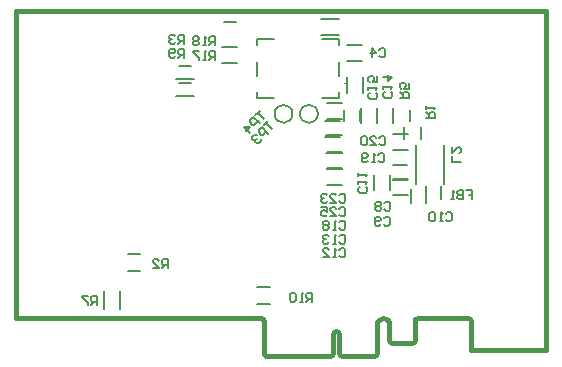
<source format=gbo>
G04*
G04 #@! TF.GenerationSoftware,Altium Limited,Altium Designer,21.6.4 (81)*
G04*
G04 Layer_Color=32896*
%FSLAX44Y44*%
%MOMM*%
G71*
G04*
G04 #@! TF.SameCoordinates,BBD99886-0AEC-46FA-8170-3E0A894F067B*
G04*
G04*
G04 #@! TF.FilePolarity,Positive*
G04*
G01*
G75*
%ADD10C,0.2000*%
%ADD12C,0.1524*%
%ADD13C,0.2540*%
%ADD14C,0.1000*%
%ADD17C,0.1520*%
%ADD100C,0.4000*%
D10*
X687750Y786500D02*
X698250D01*
X770138Y788862D02*
X784862D01*
X770138Y775138D02*
X784862D01*
X792000Y726689D02*
Y739811D01*
X805500Y726689D02*
Y739811D01*
X791888Y766750D02*
X804612D01*
X791888Y753250D02*
X804612D01*
X685939Y751750D02*
X699061D01*
X685939Y765250D02*
X699061D01*
X715500Y741000D02*
Y753000D01*
Y772000D02*
X730500D01*
X715500Y767000D02*
Y772000D01*
Y722000D02*
X730500D01*
X715500D02*
Y727000D01*
X770500Y722000D02*
X785500D01*
Y727000D01*
Y741000D02*
Y753000D01*
X770500Y772000D02*
X785500D01*
Y767000D02*
Y772000D01*
X647388Y724138D02*
X662112D01*
X647388Y737862D02*
X662112D01*
X649500Y734890D02*
X659500D01*
X649500Y749000D02*
X659500D01*
X715500Y547750D02*
X726500D01*
X715500Y561750D02*
X726500D01*
X606500Y589860D02*
X616500D01*
X606500Y575750D02*
X616500D01*
X585888Y543888D02*
Y558612D01*
X599612Y543888D02*
Y558612D01*
X840390Y687250D02*
Y697250D01*
X854500Y687250D02*
Y697250D01*
X803290Y702390D02*
Y712390D01*
X789180Y702390D02*
Y712390D01*
X845200Y702390D02*
Y712390D01*
X831090Y702390D02*
Y712390D01*
X774688Y717950D02*
X787412D01*
X774688Y704450D02*
X787412D01*
X772923Y703000D02*
X785648D01*
X772923Y689500D02*
X785648D01*
X774239Y690510D02*
X787861D01*
X774239Y676010D02*
X787861D01*
X874111Y648949D02*
Y682011D01*
X850549Y648949D02*
Y682011D01*
X830568Y677780D02*
X843292D01*
X830568Y691280D02*
X843292D01*
X830930Y678080D02*
X842930D01*
X830930Y665580D02*
X842930D01*
X774688Y676040D02*
X787412D01*
X774688Y662540D02*
X787412D01*
X774688Y662070D02*
X787412D01*
X774688Y648570D02*
X787412D01*
X846500Y633000D02*
Y645000D01*
X859000Y633000D02*
Y645000D01*
X828440Y643878D02*
Y656602D01*
X814940Y643878D02*
Y656602D01*
X859000Y636750D02*
Y647250D01*
X871500Y636750D02*
Y647250D01*
X830980Y701028D02*
Y713752D01*
X817480Y701028D02*
Y713752D01*
X817010Y701028D02*
Y713752D01*
X803510Y701028D02*
Y713752D01*
X830930Y665380D02*
X842930D01*
X830930Y652880D02*
X842930D01*
X830568Y653180D02*
X843292D01*
X830568Y639680D02*
X843292D01*
D12*
X767370Y708750D02*
G03*
X767370Y708750I-7620J0D01*
G01*
X745870D02*
G03*
X745870Y708750I-7620J0D01*
G01*
D13*
X960416Y509131D02*
X960416Y777541D01*
X816115Y504053D02*
X816865Y505862D01*
X814306Y503303D02*
X816115Y504053D01*
X784956Y505862D02*
X784956Y521891D01*
X779643Y505839D02*
X779644Y521891D01*
X787526Y503303D02*
X814306Y503303D01*
X784956Y505862D02*
X785710Y504048D01*
X778910Y504000D02*
X779643Y505839D01*
X785710Y504048D02*
X787526Y503303D01*
X777084Y503234D02*
X778910Y504000D01*
X960416Y777541D02*
X960990Y780422D01*
X817271Y531891D02*
X818425Y533619D01*
X816865Y529854D02*
X817271Y531891D01*
X818425Y533619D02*
X820152Y534773D01*
X721161Y505793D02*
X721910Y503984D01*
X721161Y532402D02*
X721161Y505793D01*
X721910Y503984D02*
X723720Y503234D01*
X777084D01*
X822189Y535178D02*
X822189Y535178D01*
X822189Y535178D02*
X824261Y534759D01*
X720383Y534401D02*
X721161Y532402D01*
X820152Y534773D02*
X822189Y535178D01*
X824261Y534759D02*
X825954Y533618D01*
X718384Y535178D02*
X720383Y534401D01*
X827513Y516750D02*
X828263Y514940D01*
X827513Y529854D02*
X827513Y516750D01*
X828263Y514940D02*
X830072Y514191D01*
X825954Y533618D02*
X827094Y531926D01*
X827513Y529854D01*
X782305Y524542D02*
X782306Y524541D01*
X780424Y523769D02*
X782306Y524541D01*
X782305Y524542D02*
X784180Y523765D01*
X784956Y521891D01*
X779644Y521891D02*
X780424Y523769D01*
X816865Y505862D02*
X816865Y529854D01*
X665271Y535109D02*
X718384Y535178D01*
X848831Y532664D02*
X849581Y534474D01*
X894176Y535224D02*
X896009Y534418D01*
X849581Y534474D02*
X851391Y535224D01*
X894176D01*
X848082Y514940D02*
X848832Y516750D01*
X846273Y514191D02*
X848082Y514940D01*
X830072Y514191D02*
X846273Y514191D01*
X848831Y532664D02*
X848832Y516750D01*
X896701Y508547D02*
Y532539D01*
X896009Y534418D02*
X896701Y532539D01*
Y508547D02*
X939147Y508547D01*
X939144Y508593D02*
X939147Y508547D01*
D14*
X790500Y734300D02*
G03*
X789500Y734300I-500J0D01*
G01*
D02*
G03*
X790500Y734300I500J0D01*
G01*
D17*
X680272Y766691D02*
Y774309D01*
X676463D01*
X675193Y773039D01*
Y770500D01*
X676463Y769230D01*
X680272D01*
X677733D02*
X675193Y766691D01*
X672654D02*
X670115D01*
X671385D01*
Y774309D01*
X672654Y773039D01*
X666306D02*
X665037Y774309D01*
X662498D01*
X661228Y773039D01*
Y771770D01*
X662498Y770500D01*
X661228Y769230D01*
Y767961D01*
X662498Y766691D01*
X665037D01*
X666306Y767961D01*
Y769230D01*
X665037Y770500D01*
X666306Y771770D01*
Y773039D01*
X665037Y770500D02*
X662498D01*
X680272Y754441D02*
Y762059D01*
X676463D01*
X675193Y760789D01*
Y758250D01*
X676463Y756980D01*
X680272D01*
X677733D02*
X675193Y754441D01*
X672654D02*
X670115D01*
X671385D01*
Y762059D01*
X672654Y760789D01*
X666306Y762059D02*
X661228D01*
Y760789D01*
X666306Y755711D01*
Y754441D01*
X819270Y763039D02*
X820539Y764309D01*
X823078D01*
X824348Y763039D01*
Y757961D01*
X823078Y756691D01*
X820539D01*
X819270Y757961D01*
X812922Y756691D02*
Y764309D01*
X816730Y760500D01*
X811652D01*
X717989Y711375D02*
X714398Y707784D01*
X716193Y709580D01*
X721580Y704193D01*
X717989Y700602D02*
X712602Y705989D01*
X709909Y703295D01*
X709909Y701500D01*
X711704Y699705D01*
X713500D01*
X716193Y702398D01*
X709909Y692523D02*
X704523Y697909D01*
X709909Y697909D01*
X706318Y694318D01*
X725239Y702875D02*
X721648Y699284D01*
X723443Y701080D01*
X728830Y695693D01*
X725239Y692102D02*
X719852Y697489D01*
X717159Y694796D01*
X717159Y693000D01*
X718954Y691205D01*
X720750D01*
X723443Y693898D01*
X715364Y691205D02*
X713568D01*
X711773Y689409D01*
Y687614D01*
X712670Y686716D01*
X714466D01*
X715364Y687614D01*
X714466Y686716D01*
X714466Y684920D01*
X715364Y684023D01*
X717159Y684023D01*
X718954Y685818D01*
Y687614D01*
X762522Y549691D02*
Y557309D01*
X758713D01*
X757443Y556039D01*
Y553500D01*
X758713Y552230D01*
X762522D01*
X759983D02*
X757443Y549691D01*
X754904D02*
X752365D01*
X753635D01*
Y557309D01*
X754904Y556039D01*
X748556D02*
X747287Y557309D01*
X744748D01*
X743478Y556039D01*
Y550961D01*
X744748Y549691D01*
X747287D01*
X748556Y550961D01*
Y556039D01*
X654098Y756191D02*
Y763809D01*
X650289D01*
X649020Y762539D01*
Y760000D01*
X650289Y758730D01*
X654098D01*
X651559D02*
X649020Y756191D01*
X646480Y757461D02*
X645211Y756191D01*
X642672D01*
X641402Y757461D01*
Y762539D01*
X642672Y763809D01*
X645211D01*
X646480Y762539D01*
Y761270D01*
X645211Y760000D01*
X641402D01*
X580098Y546941D02*
Y554559D01*
X576289D01*
X575020Y553289D01*
Y550750D01*
X576289Y549480D01*
X580098D01*
X577559D02*
X575020Y546941D01*
X572480Y554559D02*
X567402D01*
Y553289D01*
X572480Y548211D01*
Y546941D01*
X836441Y722402D02*
X844059D01*
Y726211D01*
X842789Y727480D01*
X840250D01*
X838980Y726211D01*
Y722402D01*
Y724941D02*
X836441Y727480D01*
X844059Y735098D02*
Y730020D01*
X840250D01*
X841520Y732559D01*
Y733828D01*
X840250Y735098D01*
X837711D01*
X836441Y733828D01*
Y731289D01*
X837711Y730020D01*
X654348Y768191D02*
Y775809D01*
X650539D01*
X649270Y774539D01*
Y772000D01*
X650539Y770730D01*
X654348D01*
X651809D02*
X649270Y768191D01*
X646730Y774539D02*
X645461Y775809D01*
X642922D01*
X641652Y774539D01*
Y773270D01*
X642922Y772000D01*
X644191D01*
X642922D01*
X641652Y770730D01*
Y769461D01*
X642922Y768191D01*
X645461D01*
X646730Y769461D01*
X640098Y577941D02*
Y585559D01*
X636289D01*
X635020Y584289D01*
Y581750D01*
X636289Y580480D01*
X640098D01*
X637559D02*
X635020Y577941D01*
X627402D02*
X632480D01*
X627402Y583020D01*
Y584289D01*
X628672Y585559D01*
X631211D01*
X632480Y584289D01*
X858941Y705172D02*
X866559D01*
Y708980D01*
X865289Y710250D01*
X862750D01*
X861480Y708980D01*
Y705172D01*
Y707711D02*
X858941Y710250D01*
Y712789D02*
Y715328D01*
Y714059D01*
X866559D01*
X865289Y712789D01*
X888309Y667902D02*
X880691D01*
Y672980D01*
Y680598D02*
Y675520D01*
X885770Y680598D01*
X887039D01*
X888309Y679328D01*
Y676789D01*
X887039Y675520D01*
X892809Y644059D02*
X897887D01*
Y640250D01*
X895348D01*
X897887D01*
Y636441D01*
X890270Y644059D02*
Y636441D01*
X886461D01*
X885191Y637711D01*
Y638980D01*
X886461Y640250D01*
X890270D01*
X886461D01*
X885191Y641520D01*
Y642789D01*
X886461Y644059D01*
X890270D01*
X882652Y636441D02*
X880113D01*
X881383D01*
Y644059D01*
X882652Y642789D01*
X785318Y628330D02*
X786588Y629600D01*
X789127D01*
X790397Y628330D01*
Y623252D01*
X789127Y621982D01*
X786588D01*
X785318Y623252D01*
X777701Y621982D02*
X782779D01*
X777701Y627061D01*
Y628330D01*
X778970Y629600D01*
X781510D01*
X782779Y628330D01*
X770083Y629600D02*
X775162D01*
Y625791D01*
X772622Y627061D01*
X771353D01*
X770083Y625791D01*
Y623252D01*
X771353Y621982D01*
X773892D01*
X775162Y623252D01*
X785318Y639864D02*
X786588Y641134D01*
X789127D01*
X790397Y639864D01*
Y634786D01*
X789127Y633516D01*
X786588D01*
X785318Y634786D01*
X777701Y633516D02*
X782779D01*
X777701Y638595D01*
Y639864D01*
X778970Y641134D01*
X781510D01*
X782779Y639864D01*
X775162D02*
X773892Y641134D01*
X771353D01*
X770083Y639864D01*
Y638595D01*
X771353Y637325D01*
X772622D01*
X771353D01*
X770083Y636055D01*
Y634786D01*
X771353Y633516D01*
X773892D01*
X775162Y634786D01*
X819078Y688539D02*
X820348Y689809D01*
X822887D01*
X824157Y688539D01*
Y683461D01*
X822887Y682191D01*
X820348D01*
X819078Y683461D01*
X811461Y682191D02*
X816539D01*
X811461Y687270D01*
Y688539D01*
X812730Y689809D01*
X815270D01*
X816539Y688539D01*
X808922D02*
X807652Y689809D01*
X805113D01*
X803843Y688539D01*
Y683461D01*
X805113Y682191D01*
X807652D01*
X808922Y683461D01*
Y688539D01*
X818444Y674289D02*
X819713Y675559D01*
X822252D01*
X823522Y674289D01*
Y669211D01*
X822252Y667941D01*
X819713D01*
X818444Y669211D01*
X815904Y667941D02*
X813365D01*
X814635D01*
Y675559D01*
X815904Y674289D01*
X809556Y669211D02*
X808287Y667941D01*
X805748D01*
X804478Y669211D01*
Y674289D01*
X805748Y675559D01*
X808287D01*
X809556Y674289D01*
Y673020D01*
X808287Y671750D01*
X804478D01*
X785318Y616797D02*
X786588Y618066D01*
X789127D01*
X790397Y616797D01*
Y611718D01*
X789127Y610449D01*
X786588D01*
X785318Y611718D01*
X782779Y610449D02*
X780240D01*
X781510D01*
Y618066D01*
X782779Y616797D01*
X776431D02*
X775162Y618066D01*
X772622D01*
X771353Y616797D01*
Y615527D01*
X772622Y614258D01*
X771353Y612988D01*
Y611718D01*
X772622Y610449D01*
X775162D01*
X776431Y611718D01*
Y612988D01*
X775162Y614258D01*
X776431Y615527D01*
Y616797D01*
X775162Y614258D02*
X772622D01*
X816289Y726556D02*
X817559Y725287D01*
Y722748D01*
X816289Y721478D01*
X811211D01*
X809941Y722748D01*
Y725287D01*
X811211Y726556D01*
X809941Y729096D02*
Y731635D01*
Y730365D01*
X817559D01*
X816289Y729096D01*
X817559Y740522D02*
Y735444D01*
X813750D01*
X815020Y737983D01*
Y739252D01*
X813750Y740522D01*
X811211D01*
X809941Y739252D01*
Y736713D01*
X811211Y735444D01*
X828789Y727306D02*
X830059Y726037D01*
Y723498D01*
X828789Y722228D01*
X823711D01*
X822441Y723498D01*
Y726037D01*
X823711Y727306D01*
X822441Y729846D02*
Y732385D01*
Y731115D01*
X830059D01*
X828789Y729846D01*
X822441Y740002D02*
X830059D01*
X826250Y736194D01*
Y741272D01*
X785318Y605263D02*
X786588Y606533D01*
X789127D01*
X790397Y605263D01*
Y600185D01*
X789127Y598915D01*
X786588D01*
X785318Y600185D01*
X782779Y598915D02*
X780240D01*
X781510D01*
Y606533D01*
X782779Y605263D01*
X776431D02*
X775162Y606533D01*
X772622D01*
X771353Y605263D01*
Y603993D01*
X772622Y602724D01*
X773892D01*
X772622D01*
X771353Y601454D01*
Y600185D01*
X772622Y598915D01*
X775162D01*
X776431Y600185D01*
X785318Y593729D02*
X786588Y594999D01*
X789127D01*
X790397Y593729D01*
Y588651D01*
X789127Y587381D01*
X786588D01*
X785318Y588651D01*
X782779Y587381D02*
X780240D01*
X781510D01*
Y594999D01*
X782779Y593729D01*
X771353Y587381D02*
X776431D01*
X771353Y592460D01*
Y593729D01*
X772622Y594999D01*
X775162D01*
X776431Y593729D01*
X807789Y647076D02*
X809059Y645807D01*
Y643267D01*
X807789Y641998D01*
X802711D01*
X801441Y643267D01*
Y645807D01*
X802711Y647076D01*
X801441Y649615D02*
Y652154D01*
Y650885D01*
X809059D01*
X807789Y649615D01*
X801441Y655963D02*
Y658502D01*
Y657233D01*
X809059D01*
X807789Y655963D01*
X875444Y624289D02*
X876713Y625559D01*
X879252D01*
X880522Y624289D01*
Y619211D01*
X879252Y617941D01*
X876713D01*
X875444Y619211D01*
X872904Y617941D02*
X870365D01*
X871635D01*
Y625559D01*
X872904Y624289D01*
X866556D02*
X865287Y625559D01*
X862748D01*
X861478Y624289D01*
Y619211D01*
X862748Y617941D01*
X865287D01*
X866556Y619211D01*
Y624289D01*
X823020Y620289D02*
X824289Y621559D01*
X826828D01*
X828098Y620289D01*
Y615211D01*
X826828Y613941D01*
X824289D01*
X823020Y615211D01*
X820480D02*
X819211Y613941D01*
X816672D01*
X815402Y615211D01*
Y620289D01*
X816672Y621559D01*
X819211D01*
X820480Y620289D01*
Y619020D01*
X819211Y617750D01*
X815402D01*
X823520Y633039D02*
X824789Y634309D01*
X827328D01*
X828598Y633039D01*
Y627961D01*
X827328Y626691D01*
X824789D01*
X823520Y627961D01*
X820980Y633039D02*
X819711Y634309D01*
X817172D01*
X815902Y633039D01*
Y631770D01*
X817172Y630500D01*
X815902Y629230D01*
Y627961D01*
X817172Y626691D01*
X819711D01*
X820980Y627961D01*
Y629230D01*
X819711Y630500D01*
X820980Y631770D01*
Y633039D01*
X819711Y630500D02*
X817172D01*
D100*
X578752Y795706D02*
X960766D01*
X511500Y535693D02*
Y795706D01*
X580956D01*
X960766Y509126D02*
X960766Y795706D01*
X949879Y509131D02*
X960416D01*
X897050Y509130D02*
X949879Y509131D01*
X897050Y509130D02*
Y533122D01*
X896359Y535001D02*
X897050Y533122D01*
X894526Y535807D02*
X896359Y535001D01*
X851740Y535807D02*
X894526D01*
X849930Y535057D02*
X851740Y535807D01*
X849181Y533248D02*
X849930Y535057D01*
X849181Y533248D02*
X849181Y517333D01*
X848431Y515524D02*
X849181Y517333D01*
X846622Y514774D02*
X848431Y515524D01*
X830422Y514774D02*
X846622Y514774D01*
X828612Y515524D02*
X830422Y514774D01*
X827862Y517333D02*
X828612Y515524D01*
X827862Y530437D02*
X827862Y517333D01*
X827444Y532509D02*
X827862Y530437D01*
X826303Y534202D02*
X827444Y532509D01*
X824611Y535343D02*
X826303Y534202D01*
X822539Y535761D02*
X824611Y535343D01*
X820501Y535356D02*
X822539Y535761D01*
X818774Y534202D02*
X820501Y535356D01*
X817620Y532475D02*
X818774Y534202D01*
X817215Y530437D02*
X817620Y532475D01*
X817215Y506446D02*
X817215Y530437D01*
X816465Y504636D02*
X817215Y506446D01*
X814655Y503886D02*
X816465Y504636D01*
X787876Y503886D02*
X814655Y503886D01*
X786059Y504632D02*
X787876Y503886D01*
X785305Y506446D02*
X786059Y504632D01*
X785305Y506446D02*
X785305Y522474D01*
X784529Y524349D02*
X785305Y522474D01*
X782655Y525125D02*
X784529Y524349D01*
X780773Y524352D02*
X782655Y525125D01*
X779993Y522474D02*
X780773Y524352D01*
X779993Y506423D02*
X779993Y522474D01*
X779260Y504583D02*
X779993Y506423D01*
X777434Y503818D02*
X779260Y504583D01*
X724069Y503818D02*
X777434D01*
X722260Y504567D02*
X724069Y503818D01*
X721510Y506377D02*
X722260Y504567D01*
X721510Y532985D02*
X721510Y506377D01*
X720733Y534984D02*
X721510Y532985D01*
X718734Y535761D02*
X720733Y534984D01*
X665620Y535693D02*
X718734Y535761D01*
X511500Y535693D02*
X665620Y535693D01*
M02*

</source>
